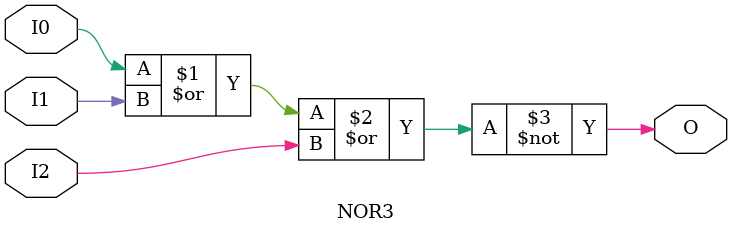
<source format=v>

/*

FUNCTION	: 3-INPUT NOR GATE

*/

`timescale  100 ps / 10 ps


module NOR3 (O, I0, I1, I2);

    output O;

    input  I0, I1, I2;

    nor O1 (O, I0, I1, I2);

    specify
	(I0 *> O) = (0, 0);
	(I1 *> O) = (0, 0);
	(I2 *> O) = (0, 0);
    endspecify

endmodule


</source>
